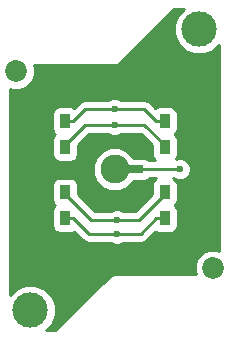
<source format=gtl>
G04 #@! TF.FileFunction,Copper,L1,Top,Signal*
%FSLAX46Y46*%
G04 Gerber Fmt 4.6, Leading zero omitted, Abs format (unit mm)*
G04 Created by KiCad (PCBNEW 4.0.7) date 02/19/18 15:56:58*
%MOMM*%
%LPD*%
G01*
G04 APERTURE LIST*
%ADD10C,0.100000*%
%ADD11C,0.600000*%
%ADD12C,3.000000*%
%ADD13C,1.850000*%
%ADD14R,0.900000X1.200000*%
%ADD15R,1.090000X0.608000*%
%ADD16R,3.920000X1.090000*%
%ADD17C,2.450000*%
%ADD18R,2.450000X0.640000*%
%ADD19R,1.090000X3.920000*%
%ADD20C,0.250000*%
%ADD21C,0.254000*%
G04 APERTURE END LIST*
D10*
D11*
X167449533Y-85168539D03*
D12*
X160436013Y-104313519D03*
X174716013Y-80503519D03*
D13*
X159246013Y-84083519D03*
X175898013Y-100729519D03*
D14*
X163364533Y-88288538D03*
X163364533Y-90488538D03*
X171794533Y-88288538D03*
X171794533Y-90488538D03*
X163364533Y-96518538D03*
X163364533Y-94318538D03*
X171794533Y-96518538D03*
X171794533Y-94318538D03*
D10*
G36*
X170532033Y-94233539D02*
X169907033Y-95323539D01*
X169532033Y-95323539D01*
X168907033Y-94233539D01*
X170532033Y-94233539D01*
X170532033Y-94233539D01*
G37*
G36*
X166232033Y-94233539D02*
X165607033Y-95323539D01*
X165232033Y-95323539D01*
X164607033Y-94233539D01*
X166232033Y-94233539D01*
X166232033Y-94233539D01*
G37*
G36*
X168907033Y-90523539D02*
X169532033Y-89433539D01*
X169907033Y-89433539D01*
X170532033Y-90523539D01*
X168907033Y-90523539D01*
X168907033Y-90523539D01*
G37*
D15*
X169969533Y-93978539D03*
D16*
X167569533Y-89963539D03*
D17*
X167569533Y-92378539D03*
D18*
X168819533Y-92378539D03*
D16*
X167569533Y-94793539D03*
D19*
X165154533Y-92378539D03*
D15*
X169969533Y-90778539D03*
D10*
G36*
X164607033Y-90473539D02*
X165232033Y-89383539D01*
X165607033Y-89383539D01*
X166232033Y-90473539D01*
X164607033Y-90473539D01*
X164607033Y-90473539D01*
G37*
D11*
X167699533Y-99768539D03*
X167562958Y-87279489D03*
X167562956Y-88628136D03*
X173099533Y-92368539D03*
X167746659Y-96664049D03*
X167760873Y-97852261D03*
D20*
X167987222Y-87279489D02*
X167562958Y-87279489D01*
X171794533Y-88288538D02*
X171094533Y-88288538D01*
X164064533Y-88288538D02*
X165073582Y-87279489D01*
X170085484Y-87279489D02*
X167987222Y-87279489D01*
X171094533Y-88288538D02*
X170085484Y-87279489D01*
X167138694Y-87279489D02*
X167562958Y-87279489D01*
X165073582Y-87279489D02*
X167138694Y-87279489D01*
X163364533Y-88288538D02*
X164064533Y-88288538D01*
X167138692Y-88628136D02*
X167562956Y-88628136D01*
X165074935Y-88628136D02*
X167138692Y-88628136D01*
X163364533Y-90488538D02*
X163364533Y-90338538D01*
X167987220Y-88628136D02*
X167562956Y-88628136D01*
X171794533Y-90338538D02*
X170084131Y-88628136D01*
X171794533Y-90488538D02*
X171794533Y-90338538D01*
X170084131Y-88628136D02*
X167987220Y-88628136D01*
X163364533Y-90338538D02*
X165074935Y-88628136D01*
X168819533Y-92378539D02*
X173089533Y-92378539D01*
X173089533Y-92378539D02*
X173099533Y-92368539D01*
X167569533Y-92378539D02*
X168819533Y-92378539D01*
X171794533Y-94318538D02*
X171794533Y-94468538D01*
X165560044Y-96664049D02*
X167322395Y-96664049D01*
X168170923Y-96664049D02*
X167746659Y-96664049D01*
X163364533Y-94468538D02*
X165560044Y-96664049D01*
X171794533Y-94468538D02*
X169599022Y-96664049D01*
X163364533Y-94318538D02*
X163364533Y-94468538D01*
X167322395Y-96664049D02*
X167746659Y-96664049D01*
X169599022Y-96664049D02*
X168170923Y-96664049D01*
X167336609Y-97852261D02*
X167760873Y-97852261D01*
X165398256Y-97852261D02*
X167336609Y-97852261D01*
X164064533Y-96518538D02*
X165398256Y-97852261D01*
X163364533Y-96518538D02*
X164064533Y-96518538D01*
X169760810Y-97852261D02*
X168185137Y-97852261D01*
X171094533Y-96518538D02*
X169760810Y-97852261D01*
X171794533Y-96518538D02*
X171094533Y-96518538D01*
X168185137Y-97852261D02*
X167760873Y-97852261D01*
D21*
G36*
X162244922Y-105524478D02*
X162570641Y-104740060D01*
X162571383Y-103890704D01*
X162247033Y-103105719D01*
X161646972Y-102504610D01*
X160862554Y-102178891D01*
X160013198Y-102178149D01*
X159228213Y-102502499D01*
X158734533Y-102995318D01*
X158734533Y-85560276D01*
X158934349Y-85643247D01*
X159554955Y-85643789D01*
X160128527Y-85406794D01*
X160567745Y-84968342D01*
X160805741Y-84395183D01*
X160806283Y-83774577D01*
X160720117Y-83566039D01*
X167574533Y-83566039D01*
X167836671Y-83513896D01*
X168058901Y-83365407D01*
X172620769Y-78803539D01*
X173396979Y-78803539D01*
X172907104Y-79292560D01*
X172581385Y-80076978D01*
X172580643Y-80926334D01*
X172904993Y-81711319D01*
X173505054Y-82312428D01*
X174289472Y-82638147D01*
X175138828Y-82638889D01*
X175923813Y-82314539D01*
X176414533Y-81824675D01*
X176414533Y-92183372D01*
X174034695Y-92183372D01*
X173892650Y-91839596D01*
X173629860Y-91576347D01*
X173286332Y-91433701D01*
X172914366Y-91433377D01*
X172723596Y-91512201D01*
X172840964Y-91340428D01*
X172891973Y-91088538D01*
X172891973Y-89888538D01*
X172847695Y-89653221D01*
X172708623Y-89437097D01*
X172638822Y-89389404D01*
X172695974Y-89352628D01*
X172840964Y-89140428D01*
X172891973Y-88888538D01*
X172891973Y-87688538D01*
X172847695Y-87453221D01*
X172708623Y-87237097D01*
X172496423Y-87092107D01*
X172244533Y-87041098D01*
X171344533Y-87041098D01*
X171109216Y-87085376D01*
X171022179Y-87141382D01*
X170622885Y-86742088D01*
X170376323Y-86577341D01*
X170085484Y-86519489D01*
X168125421Y-86519489D01*
X168093285Y-86487297D01*
X167749757Y-86344651D01*
X167377791Y-86344327D01*
X167034015Y-86486372D01*
X167000840Y-86519489D01*
X165073582Y-86519489D01*
X164782743Y-86577341D01*
X164536181Y-86742088D01*
X164137558Y-87140711D01*
X164066423Y-87092107D01*
X163814533Y-87041098D01*
X162914533Y-87041098D01*
X162679216Y-87085376D01*
X162463092Y-87224448D01*
X162318102Y-87436648D01*
X162267093Y-87688538D01*
X162267093Y-88888538D01*
X162311371Y-89123855D01*
X162450443Y-89339979D01*
X162520244Y-89387672D01*
X162463092Y-89424448D01*
X162318102Y-89636648D01*
X162267093Y-89888538D01*
X162267093Y-91088538D01*
X162311371Y-91323855D01*
X162450443Y-91539979D01*
X162662643Y-91684969D01*
X162914533Y-91735978D01*
X163814533Y-91735978D01*
X164049850Y-91691700D01*
X164265974Y-91552628D01*
X164410964Y-91340428D01*
X164461973Y-91088538D01*
X164461973Y-90315900D01*
X165389737Y-89388136D01*
X167000493Y-89388136D01*
X167032629Y-89420328D01*
X167376157Y-89562974D01*
X167748123Y-89563298D01*
X168091899Y-89421253D01*
X168125074Y-89388136D01*
X169769329Y-89388136D01*
X170697093Y-90315900D01*
X170697093Y-91088538D01*
X170741371Y-91323855D01*
X170880443Y-91539979D01*
X170995419Y-91618539D01*
X170515985Y-91618539D01*
X170508623Y-91607098D01*
X170296423Y-91462108D01*
X170044533Y-91411099D01*
X169182318Y-91411099D01*
X169147284Y-91326310D01*
X168624514Y-90802627D01*
X167941133Y-90518862D01*
X167201179Y-90518216D01*
X166517304Y-90800788D01*
X165993621Y-91323558D01*
X165709856Y-92006939D01*
X165709210Y-92746893D01*
X165991782Y-93430768D01*
X166514552Y-93954451D01*
X167197933Y-94238216D01*
X167937887Y-94238862D01*
X168621762Y-93956290D01*
X169145445Y-93433520D01*
X169181795Y-93345979D01*
X170044533Y-93345979D01*
X170279850Y-93301701D01*
X170495974Y-93162629D01*
X170512434Y-93138539D01*
X171073220Y-93138539D01*
X170893092Y-93254448D01*
X170748102Y-93466648D01*
X170697093Y-93718538D01*
X170697093Y-94491176D01*
X169284220Y-95904049D01*
X168309122Y-95904049D01*
X168276986Y-95871857D01*
X167933458Y-95729211D01*
X167561492Y-95728887D01*
X167217716Y-95870932D01*
X167184541Y-95904049D01*
X165874846Y-95904049D01*
X164461973Y-94491176D01*
X164461973Y-93718538D01*
X164417695Y-93483221D01*
X164278623Y-93267097D01*
X164066423Y-93122107D01*
X163814533Y-93071098D01*
X162914533Y-93071098D01*
X162679216Y-93115376D01*
X162463092Y-93254448D01*
X162318102Y-93466648D01*
X162267093Y-93718538D01*
X162267093Y-94918538D01*
X162311371Y-95153855D01*
X162450443Y-95369979D01*
X162520244Y-95417672D01*
X162463092Y-95454448D01*
X162318102Y-95666648D01*
X162267093Y-95918538D01*
X162267093Y-97118538D01*
X162311371Y-97353855D01*
X162450443Y-97569979D01*
X162662643Y-97714969D01*
X162914533Y-97765978D01*
X163814533Y-97765978D01*
X164049850Y-97721700D01*
X164136887Y-97665694D01*
X164860855Y-98389662D01*
X165107417Y-98554409D01*
X165398256Y-98612261D01*
X167198410Y-98612261D01*
X167230546Y-98644453D01*
X167574074Y-98787099D01*
X167946040Y-98787423D01*
X168289816Y-98645378D01*
X168322991Y-98612261D01*
X169760810Y-98612261D01*
X170051649Y-98554409D01*
X170298211Y-98389662D01*
X171021508Y-97666365D01*
X171092643Y-97714969D01*
X171344533Y-97765978D01*
X172244533Y-97765978D01*
X172479850Y-97721700D01*
X172695974Y-97582628D01*
X172840964Y-97370428D01*
X172891973Y-97118538D01*
X172891973Y-95918538D01*
X172847695Y-95683221D01*
X172708623Y-95467097D01*
X172638822Y-95419404D01*
X172695974Y-95382628D01*
X172840964Y-95170428D01*
X172891973Y-94918538D01*
X172891973Y-93718538D01*
X172847695Y-93483221D01*
X172708623Y-93267097D01*
X172520472Y-93138539D01*
X172547053Y-93138539D01*
X172569206Y-93160731D01*
X172912734Y-93303377D01*
X173284700Y-93303701D01*
X173628476Y-93161656D01*
X173891725Y-92898866D01*
X174034371Y-92555338D01*
X174034695Y-92183372D01*
X176414533Y-92183372D01*
X176414533Y-99254854D01*
X176209677Y-99169791D01*
X175589071Y-99169249D01*
X175015499Y-99406244D01*
X174576281Y-99844696D01*
X174338285Y-100417855D01*
X174337743Y-101038461D01*
X174423512Y-101246039D01*
X167574533Y-101246039D01*
X167312395Y-101298182D01*
X167090165Y-101446671D01*
X162528297Y-106008539D01*
X161760016Y-106008539D01*
X162244922Y-105524478D01*
X162244922Y-105524478D01*
G37*
X162244922Y-105524478D02*
X162570641Y-104740060D01*
X162571383Y-103890704D01*
X162247033Y-103105719D01*
X161646972Y-102504610D01*
X160862554Y-102178891D01*
X160013198Y-102178149D01*
X159228213Y-102502499D01*
X158734533Y-102995318D01*
X158734533Y-85560276D01*
X158934349Y-85643247D01*
X159554955Y-85643789D01*
X160128527Y-85406794D01*
X160567745Y-84968342D01*
X160805741Y-84395183D01*
X160806283Y-83774577D01*
X160720117Y-83566039D01*
X167574533Y-83566039D01*
X167836671Y-83513896D01*
X168058901Y-83365407D01*
X172620769Y-78803539D01*
X173396979Y-78803539D01*
X172907104Y-79292560D01*
X172581385Y-80076978D01*
X172580643Y-80926334D01*
X172904993Y-81711319D01*
X173505054Y-82312428D01*
X174289472Y-82638147D01*
X175138828Y-82638889D01*
X175923813Y-82314539D01*
X176414533Y-81824675D01*
X176414533Y-92183372D01*
X174034695Y-92183372D01*
X173892650Y-91839596D01*
X173629860Y-91576347D01*
X173286332Y-91433701D01*
X172914366Y-91433377D01*
X172723596Y-91512201D01*
X172840964Y-91340428D01*
X172891973Y-91088538D01*
X172891973Y-89888538D01*
X172847695Y-89653221D01*
X172708623Y-89437097D01*
X172638822Y-89389404D01*
X172695974Y-89352628D01*
X172840964Y-89140428D01*
X172891973Y-88888538D01*
X172891973Y-87688538D01*
X172847695Y-87453221D01*
X172708623Y-87237097D01*
X172496423Y-87092107D01*
X172244533Y-87041098D01*
X171344533Y-87041098D01*
X171109216Y-87085376D01*
X171022179Y-87141382D01*
X170622885Y-86742088D01*
X170376323Y-86577341D01*
X170085484Y-86519489D01*
X168125421Y-86519489D01*
X168093285Y-86487297D01*
X167749757Y-86344651D01*
X167377791Y-86344327D01*
X167034015Y-86486372D01*
X167000840Y-86519489D01*
X165073582Y-86519489D01*
X164782743Y-86577341D01*
X164536181Y-86742088D01*
X164137558Y-87140711D01*
X164066423Y-87092107D01*
X163814533Y-87041098D01*
X162914533Y-87041098D01*
X162679216Y-87085376D01*
X162463092Y-87224448D01*
X162318102Y-87436648D01*
X162267093Y-87688538D01*
X162267093Y-88888538D01*
X162311371Y-89123855D01*
X162450443Y-89339979D01*
X162520244Y-89387672D01*
X162463092Y-89424448D01*
X162318102Y-89636648D01*
X162267093Y-89888538D01*
X162267093Y-91088538D01*
X162311371Y-91323855D01*
X162450443Y-91539979D01*
X162662643Y-91684969D01*
X162914533Y-91735978D01*
X163814533Y-91735978D01*
X164049850Y-91691700D01*
X164265974Y-91552628D01*
X164410964Y-91340428D01*
X164461973Y-91088538D01*
X164461973Y-90315900D01*
X165389737Y-89388136D01*
X167000493Y-89388136D01*
X167032629Y-89420328D01*
X167376157Y-89562974D01*
X167748123Y-89563298D01*
X168091899Y-89421253D01*
X168125074Y-89388136D01*
X169769329Y-89388136D01*
X170697093Y-90315900D01*
X170697093Y-91088538D01*
X170741371Y-91323855D01*
X170880443Y-91539979D01*
X170995419Y-91618539D01*
X170515985Y-91618539D01*
X170508623Y-91607098D01*
X170296423Y-91462108D01*
X170044533Y-91411099D01*
X169182318Y-91411099D01*
X169147284Y-91326310D01*
X168624514Y-90802627D01*
X167941133Y-90518862D01*
X167201179Y-90518216D01*
X166517304Y-90800788D01*
X165993621Y-91323558D01*
X165709856Y-92006939D01*
X165709210Y-92746893D01*
X165991782Y-93430768D01*
X166514552Y-93954451D01*
X167197933Y-94238216D01*
X167937887Y-94238862D01*
X168621762Y-93956290D01*
X169145445Y-93433520D01*
X169181795Y-93345979D01*
X170044533Y-93345979D01*
X170279850Y-93301701D01*
X170495974Y-93162629D01*
X170512434Y-93138539D01*
X171073220Y-93138539D01*
X170893092Y-93254448D01*
X170748102Y-93466648D01*
X170697093Y-93718538D01*
X170697093Y-94491176D01*
X169284220Y-95904049D01*
X168309122Y-95904049D01*
X168276986Y-95871857D01*
X167933458Y-95729211D01*
X167561492Y-95728887D01*
X167217716Y-95870932D01*
X167184541Y-95904049D01*
X165874846Y-95904049D01*
X164461973Y-94491176D01*
X164461973Y-93718538D01*
X164417695Y-93483221D01*
X164278623Y-93267097D01*
X164066423Y-93122107D01*
X163814533Y-93071098D01*
X162914533Y-93071098D01*
X162679216Y-93115376D01*
X162463092Y-93254448D01*
X162318102Y-93466648D01*
X162267093Y-93718538D01*
X162267093Y-94918538D01*
X162311371Y-95153855D01*
X162450443Y-95369979D01*
X162520244Y-95417672D01*
X162463092Y-95454448D01*
X162318102Y-95666648D01*
X162267093Y-95918538D01*
X162267093Y-97118538D01*
X162311371Y-97353855D01*
X162450443Y-97569979D01*
X162662643Y-97714969D01*
X162914533Y-97765978D01*
X163814533Y-97765978D01*
X164049850Y-97721700D01*
X164136887Y-97665694D01*
X164860855Y-98389662D01*
X165107417Y-98554409D01*
X165398256Y-98612261D01*
X167198410Y-98612261D01*
X167230546Y-98644453D01*
X167574074Y-98787099D01*
X167946040Y-98787423D01*
X168289816Y-98645378D01*
X168322991Y-98612261D01*
X169760810Y-98612261D01*
X170051649Y-98554409D01*
X170298211Y-98389662D01*
X171021508Y-97666365D01*
X171092643Y-97714969D01*
X171344533Y-97765978D01*
X172244533Y-97765978D01*
X172479850Y-97721700D01*
X172695974Y-97582628D01*
X172840964Y-97370428D01*
X172891973Y-97118538D01*
X172891973Y-95918538D01*
X172847695Y-95683221D01*
X172708623Y-95467097D01*
X172638822Y-95419404D01*
X172695974Y-95382628D01*
X172840964Y-95170428D01*
X172891973Y-94918538D01*
X172891973Y-93718538D01*
X172847695Y-93483221D01*
X172708623Y-93267097D01*
X172520472Y-93138539D01*
X172547053Y-93138539D01*
X172569206Y-93160731D01*
X172912734Y-93303377D01*
X173284700Y-93303701D01*
X173628476Y-93161656D01*
X173891725Y-92898866D01*
X174034371Y-92555338D01*
X174034695Y-92183372D01*
X176414533Y-92183372D01*
X176414533Y-99254854D01*
X176209677Y-99169791D01*
X175589071Y-99169249D01*
X175015499Y-99406244D01*
X174576281Y-99844696D01*
X174338285Y-100417855D01*
X174337743Y-101038461D01*
X174423512Y-101246039D01*
X167574533Y-101246039D01*
X167312395Y-101298182D01*
X167090165Y-101446671D01*
X162528297Y-106008539D01*
X161760016Y-106008539D01*
X162244922Y-105524478D01*
M02*

</source>
